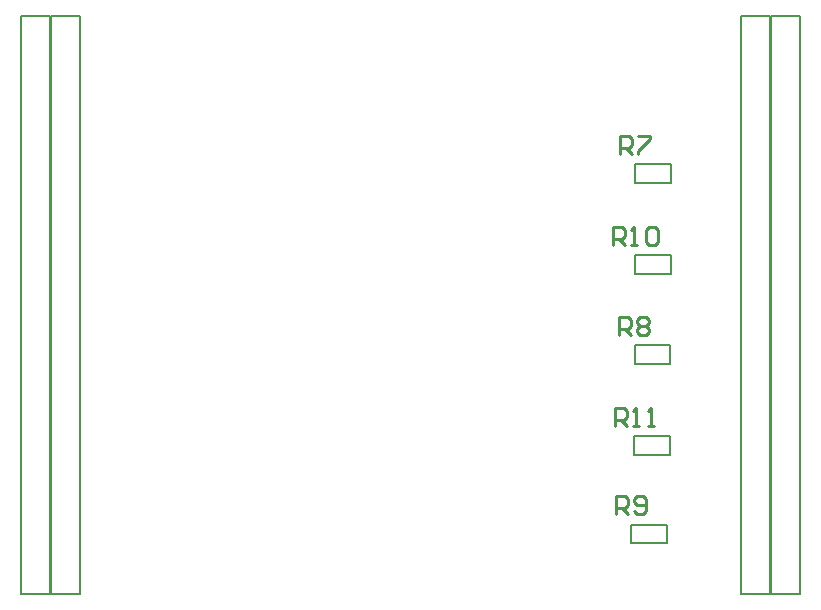
<source format=gto>
G04*
G04 #@! TF.GenerationSoftware,Altium Limited,Altium Designer,19.0.15 (446)*
G04*
G04 Layer_Color=65535*
%FSLAX25Y25*%
%MOIN*%
G70*
G01*
G75*
%ADD10C,0.00787*%
%ADD11C,0.01000*%
D10*
X224213Y59842D02*
Y66142D01*
X212402Y59842D02*
X224213D01*
X212402D02*
Y66142D01*
X224213D01*
X247874Y13386D02*
Y206299D01*
X257717D01*
X247874Y13386D02*
X257717D01*
Y206299D01*
X7874Y13386D02*
Y206299D01*
X17717D01*
X7874Y13386D02*
X17717D01*
Y206299D01*
X17874Y13386D02*
Y206299D01*
X27717D01*
X17874Y13386D02*
X27717D01*
Y206299D01*
X257874Y13386D02*
Y206299D01*
X267717D01*
X257874Y13386D02*
X267717D01*
Y206299D01*
X224606Y150394D02*
Y156693D01*
X212795Y150394D02*
X224606D01*
X212795D02*
Y156693D01*
X224606D01*
X224410Y90158D02*
Y96457D01*
X212598Y90158D02*
X224410D01*
X212598D02*
Y96457D01*
X224410D01*
X223228Y30315D02*
Y36614D01*
X211417Y30315D02*
X223228D01*
X211417D02*
Y36614D01*
X223228D01*
X224606Y120079D02*
Y126378D01*
X212795Y120079D02*
X224606D01*
X212795D02*
Y126378D01*
X224606D01*
D11*
X205850Y69543D02*
Y75541D01*
X208849D01*
X209848Y74542D01*
Y72542D01*
X208849Y71543D01*
X205850D01*
X207849D02*
X209848Y69543D01*
X211848D02*
X213847D01*
X212847D01*
Y75541D01*
X211848Y74542D01*
X216846Y69543D02*
X218845D01*
X217846D01*
Y75541D01*
X216846Y74542D01*
X207610Y160100D02*
Y166098D01*
X210609D01*
X211608Y165098D01*
Y163099D01*
X210609Y162099D01*
X207610D01*
X209609D02*
X211608Y160100D01*
X213608Y166098D02*
X217606D01*
Y165098D01*
X213608Y161100D01*
Y160100D01*
X207461Y99892D02*
Y105890D01*
X210460D01*
X211460Y104891D01*
Y102891D01*
X210460Y101892D01*
X207461D01*
X209461D02*
X211460Y99892D01*
X213459Y104891D02*
X214459Y105890D01*
X216459D01*
X217458Y104891D01*
Y103891D01*
X216459Y102891D01*
X217458Y101892D01*
Y100892D01*
X216459Y99892D01*
X214459D01*
X213459Y100892D01*
Y101892D01*
X214459Y102891D01*
X213459Y103891D01*
Y104891D01*
X214459Y102891D02*
X216459D01*
X206300Y40037D02*
Y46035D01*
X209299D01*
X210299Y45035D01*
Y43036D01*
X209299Y42036D01*
X206300D01*
X208299D02*
X210299Y40037D01*
X212298Y41037D02*
X213298Y40037D01*
X215297D01*
X216297Y41037D01*
Y45035D01*
X215297Y46035D01*
X213298D01*
X212298Y45035D01*
Y44036D01*
X213298Y43036D01*
X216297D01*
X205303Y129775D02*
Y135773D01*
X208302D01*
X209302Y134773D01*
Y132774D01*
X208302Y131774D01*
X205303D01*
X207302D02*
X209302Y129775D01*
X211301D02*
X213301D01*
X212301D01*
Y135773D01*
X211301Y134773D01*
X216300D02*
X217299Y135773D01*
X219299D01*
X220298Y134773D01*
Y130774D01*
X219299Y129775D01*
X217299D01*
X216300Y130774D01*
Y134773D01*
M02*

</source>
